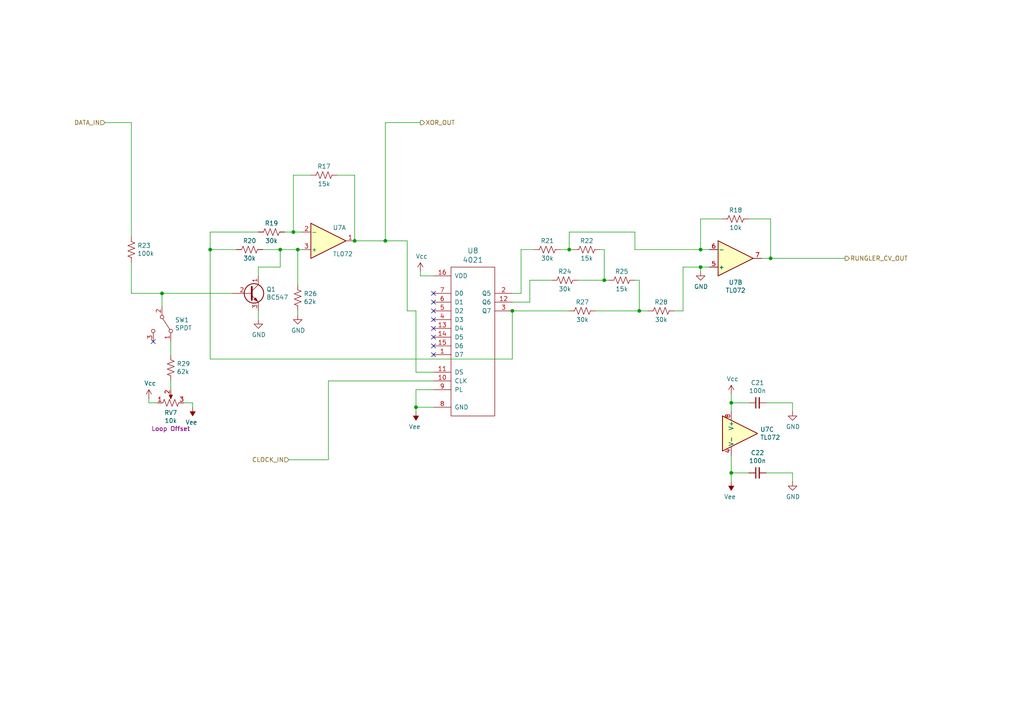
<source format=kicad_sch>
(kicad_sch (version 20211123) (generator eeschema)
  (paper "A4")
  (lib_symbols
    (symbol "00-cool_stuff:0V" (power) (pin_names (offset 0))
      (property "Value" "00-cool_stuff_0V" (at 0 -3.81 0))
      (symbol "0V_0_1"
        (polyline (pts (xy 0 0) (xy 0 -1.27) (xy 1.27 -1.27) (xy 0 -2.54) (xy -1.27 -1.27) (xy 0 -1.27)))
      )
      (symbol "0V_1_1"
        (pin power_in line (at 0 0 270) (length 0) hide (name "GND") (number "1"))
      )
    )
    (symbol "00-cool_stuff:NPN_CBE" (pin_names (offset 0) hide)
      (property "Reference" "Q" (at 5.08 1.27 0))
      (property "Value" "00-cool_stuff_NPN_CBE" (at 5.08 -1.27 0))
      (symbol "NPN_CBE_0_1"
        (polyline (pts (xy 0.635 0.635) (xy 2.54 2.54)))
        (polyline (pts (xy 0.635 -0.635) (xy 2.54 -2.54) (xy 2.54 -2.54)))
        (polyline (pts (xy 0.635 1.905) (xy 0.635 -1.905) (xy 0.635 -1.905)) (stroke (width 0.508)))
        (polyline (pts (xy 1.27 -1.778) (xy 1.778 -1.27) (xy 2.286 -2.286) (xy 1.27 -1.778) (xy 1.27 -1.778)) (fill (type outline)))
        (circle (center 1.27 0) (radius 2.8194) (stroke (width 0.254)))
      )
      (symbol "NPN_CBE_1_1"
        (pin passive line (at 2.54 5.08 270) (length 2.54) (name "C") (number "1"))
        (pin input line (at -5.08 0 0) (length 5.715) (name "B") (number "2"))
        (pin passive line (at 2.54 -5.08 90) (length 2.54) (name "E") (number "3"))
      )
    )
    (symbol "00-cool_stuff:TL072-separate" (pin_names (offset 0.1016))
      (property "Reference" "U" (at 0 5.08 0))
      (property "Value" "00-cool_stuff_TL072-separate" (at 0 -5.08 0))
      (symbol "TL072-separate_0_1"
        (polyline (pts (xy -5.08 5.08) (xy 5.08 0) (xy -5.08 -5.08) (xy -5.08 5.08)) (stroke (width 0.254)) (fill (type background)))
      )
      (symbol "TL072-separate_1_1"
        (pin output line (at 7.62 0 180) (length 2.54) (name "~") (number "1"))
        (pin input line (at -7.62 2.54 0) (length 2.54) (name "-") (number "2"))
        (pin input line (at -7.62 -2.54 0) (length 2.54) (name "+") (number "3"))
      )
      (symbol "TL072-separate_2_1"
        (pin input line (at -7.62 -2.54 0) (length 2.54) (name "+") (number "5"))
        (pin input line (at -7.62 2.54 0) (length 2.54) (name "-") (number "6"))
        (pin output line (at 7.62 0 180) (length 2.54) (name "~") (number "7"))
      )
      (symbol "TL072-separate_3_1"
        (pin power_in line (at -2.54 -6.35 90) (length 2.54) (name "V-") (number "4"))
        (pin power_in line (at -2.54 6.35 270) (length 2.54) (name "V+") (number "8"))
      )
    )
    (symbol "00-cool_stuff:Vcc" (power) (pin_names (offset 0))
      (property "Value" "00-cool_stuff_Vcc" (at 0 3.556 0))
      (symbol "Vcc_0_1"
        (polyline (pts (xy -0.762 1.27) (xy 0 2.54)))
        (polyline (pts (xy 0 0) (xy 0 2.54)))
        (polyline (pts (xy 0 2.54) (xy 0.762 1.27)))
      )
      (symbol "Vcc_1_1"
        (pin power_in line (at 0 0 90) (length 0) hide (name "Vcc") (number "1"))
      )
    )
    (symbol "00-cool_stuff:Vee" (power) (pin_names (offset 0))
      (property "Value" "00-cool_stuff_Vee" (at 0 3.81 0))
      (symbol "Vee_0_0"
        (pin power_in line (at 0 0 90) (length 0) hide (name "Vee") (number "1"))
      )
      (symbol "Vee_0_1"
        (polyline (pts (xy 0 0) (xy 0 1.27) (xy 0.762 1.27) (xy 0 2.54) (xy -0.762 1.27) (xy 0 1.27)) (fill (type outline)))
      )
    )
    (symbol "00-cool_stuff:cap_small" (pin_numbers hide) (pin_names (offset 0.254) hide)
      (property "Reference" "C" (at -1.27 2.54 0))
      (property "Value" "00-cool_stuff_cap_small" (at -3.81 -2.54 0))
      (symbol "cap_small_0_1"
        (polyline (pts (xy -0.508 -1.524) (xy -0.508 1.524)) (stroke (width 0.3048)))
        (polyline (pts (xy 0.508 -1.524) (xy 0.508 1.524)) (stroke (width 0.3302)))
      )
      (symbol "cap_small_1_1"
        (pin passive line (at -2.54 0 0) (length 2.032) (name "~") (number "1"))
        (pin passive line (at 2.54 0 180) (length 2.032) (name "~") (number "2"))
      )
    )
    (symbol "00-cool_stuff:potentiometer" (pin_names (offset 1.016) hide)
      (property "Reference" "RV" (at -4.445 0 90))
      (property "Value" "00-cool_stuff_potentiometer" (at -2.54 0 90))
      (property "Label" "Pot Label" (at 11.43 0 90))
      (symbol "potentiometer_0_1"
        (polyline (pts (xy 0 -2.286) (xy 0 -2.54)))
        (polyline (pts (xy 0 2.54) (xy 0 2.286)))
        (polyline (pts (xy 2.54 0) (xy 1.524 0)))
        (polyline (pts (xy 1.143 0) (xy 2.286 0.508) (xy 2.286 -0.508) (xy 1.143 0)) (fill (type outline)))
        (polyline (pts (xy 0 -0.762) (xy 1.016 -1.143) (xy 0 -1.524) (xy -1.016 -1.905) (xy 0 -2.286)))
        (polyline (pts (xy 0 0.762) (xy 1.016 0.381) (xy 0 0) (xy -1.016 -0.381) (xy 0 -0.762)))
        (polyline (pts (xy 0 2.286) (xy 1.016 1.905) (xy 0 1.524) (xy -1.016 1.143) (xy 0 0.762)))
      )
      (symbol "potentiometer_1_1"
        (pin passive line (at 0 3.81 270) (length 1.27) (name "1") (number "1"))
        (pin passive line (at 3.81 0 180) (length 1.27) (name "2") (number "2"))
        (pin passive line (at 0 -3.81 90) (length 1.27) (name "3") (number "3"))
      )
    )
    (symbol "00-cool_stuff:resistor" (pin_numbers hide) (pin_names (offset 0))
      (property "Reference" "R" (at -2.54 2.54 0))
      (property "Value" "00-cool_stuff_resistor" (at -2.54 -2.54 0))
      (symbol "resistor_0_1"
        (polyline (pts (xy -4.826 0) (xy -5.08 0)))
        (polyline (pts (xy -0.254 0) (xy 0 0)))
        (polyline (pts (xy -4.826 0) (xy -4.445 1.016) (xy -4.064 0) (xy -3.683 -1.016) (xy -3.302 0)))
        (polyline (pts (xy -3.302 0) (xy -2.921 1.016) (xy -2.54 0) (xy -2.159 -1.016) (xy -1.778 0)))
        (polyline (pts (xy -1.778 0) (xy -1.397 1.016) (xy -1.016 0) (xy -0.635 -1.016) (xy -0.254 0)))
      )
      (symbol "resistor_1_1"
        (pin passive line (at -6.35 0 0) (length 1.27) (name "~") (number "1"))
        (pin passive line (at 1.27 0 180) (length 1.27) (name "~") (number "2"))
      )
    )
    (symbol "4021:4021" (pin_names (offset 1.016))
      (property "Reference" "U" (at -5.08 16.51 0))
      (property "Value" "4021_4021" (at -5.08 -29.21 0))
      (symbol "4021_0_1"
        (rectangle (start -5.08 15.24) (end 7.62 -27.94))
      )
      (symbol "4021_1_1"
        (pin input line (at -10.16 -10.16 0) (length 5.08) (name "D7") (number "1"))
        (pin input line (at -10.16 -17.78 0) (length 5.08) (name "CLK") (number "10"))
        (pin input line (at -10.16 -15.24 0) (length 5.08) (name "DS") (number "11"))
        (pin output line (at 12.7 5.08 180) (length 5.08) (name "Q6") (number "12"))
        (pin input line (at -10.16 -2.54 0) (length 5.08) (name "D4") (number "13"))
        (pin input line (at -10.16 -5.08 0) (length 5.08) (name "D5") (number "14"))
        (pin input line (at -10.16 -7.62 0) (length 5.08) (name "D6") (number "15"))
        (pin power_in line (at -10.16 12.7 0) (length 5.08) (name "VDD") (number "16"))
        (pin output line (at 12.7 7.62 180) (length 5.08) (name "Q5") (number "2"))
        (pin output line (at 12.7 2.54 180) (length 5.08) (name "Q7") (number "3"))
        (pin input line (at -10.16 0 0) (length 5.08) (name "D3") (number "4"))
        (pin input line (at -10.16 2.54 0) (length 5.08) (name "D2") (number "5"))
        (pin input line (at -10.16 5.08 0) (length 5.08) (name "D1") (number "6"))
        (pin input line (at -10.16 7.62 0) (length 5.08) (name "D0") (number "7"))
        (pin power_in line (at -10.16 -25.4 0) (length 5.08) (name "GND") (number "8"))
        (pin input line (at -10.16 -20.32 0) (length 5.08) (name "PL") (number "9"))
      )
    )
    (symbol "Switch:SW_SPDT" (pin_names (offset 0) hide)
      (property "Reference" "SW" (at 0 4.318 0))
      (property "Value" "SW_SPDT" (at 0 -5.08 0))
      (symbol "SW_SPDT_0_0"
        (circle (center -2.032 0) (radius 0.508))
        (circle (center 2.032 -2.54) (radius 0.508))
      )
      (symbol "SW_SPDT_0_1"
        (polyline (pts (xy -1.524 0.254) (xy 1.651 2.286)))
        (circle (center 2.032 2.54) (radius 0.508))
      )
      (symbol "SW_SPDT_1_1"
        (pin passive line (at 5.08 2.54 180) (length 2.54) (name "A") (number "1"))
        (pin passive line (at -5.08 0 0) (length 2.54) (name "B") (number "2"))
        (pin passive line (at 5.08 -2.54 180) (length 2.54) (name "C") (number "3"))
      )
    )
  )
  (junction (at 203.2 77.47))
  (junction (at 46.99 85.09))
  (junction (at 111.76 69.85))
  (junction (at 86.36 72.39))
  (junction (at 175.26 81.28))
  (junction (at 165.1 72.39))
  (junction (at 223.52 74.93))
  (junction (at 60.96 72.39))
  (junction (at 212.09 137.16))
  (junction (at 185.42 90.17))
  (junction (at 81.28 72.39))
  (junction (at 148.59 90.17))
  (junction (at 102.87 69.85))
  (junction (at 203.2 72.39))
  (junction (at 85.09 67.31))
  (junction (at 212.09 116.84))
  (junction (at 120.65 118.11))
  (no_connect (at 125.73 95.25))
  (no_connect (at 125.73 102.87))
  (no_connect (at 125.73 87.63))
  (no_connect (at 125.73 97.79))
  (no_connect (at 125.73 92.71))
  (no_connect (at 125.73 100.33))
  (no_connect (at 44.45 99.06))
  (no_connect (at 125.73 90.17))
  (no_connect (at 125.73 85.09))
  (wire (pts (xy 209.55 63.5) (xy 203.2 63.5)))
  (wire (pts (xy 95.25 110.49) (xy 125.73 110.49)))
  (wire (pts (xy 87.63 72.39) (xy 86.36 72.39)))
  (wire (pts (xy 60.96 72.39) (xy 60.96 104.14)))
  (wire (pts (xy 198.12 77.47) (xy 203.2 77.47)))
  (wire (pts (xy 220.98 74.93) (xy 223.52 74.93)))
  (wire (pts (xy 86.36 82.55) (xy 86.36 72.39)))
  (wire (pts (xy 85.09 67.31) (xy 85.09 50.8)))
  (wire (pts (xy 203.2 63.5) (xy 203.2 72.39)))
  (wire (pts (xy 111.76 69.85) (xy 118.11 69.85)))
  (wire (pts (xy 83.82 133.35) (xy 95.25 133.35)))
  (wire (pts (xy 86.36 72.39) (xy 81.28 72.39)))
  (wire (pts (xy 81.28 77.47) (xy 81.28 72.39)))
  (wire (pts (xy 173.99 72.39) (xy 175.26 72.39)))
  (wire (pts (xy 212.09 137.16) (xy 217.17 137.16)))
  (wire (pts (xy 67.31 85.09) (xy 46.99 85.09)))
  (wire (pts (xy 223.52 63.5) (xy 223.52 74.93)))
  (wire (pts (xy 81.28 72.39) (xy 76.2 72.39)))
  (wire (pts (xy 111.76 35.56) (xy 111.76 69.85)))
  (wire (pts (xy 229.87 139.7) (xy 229.87 137.16)))
  (wire (pts (xy 148.59 85.09) (xy 151.13 85.09)))
  (wire (pts (xy 175.26 81.28) (xy 167.64 81.28)))
  (wire (pts (xy 185.42 81.28) (xy 185.42 90.17)))
  (wire (pts (xy 74.93 67.31) (xy 60.96 67.31)))
  (wire (pts (xy 184.15 67.31) (xy 184.15 72.39)))
  (wire (pts (xy 102.87 50.8) (xy 102.87 69.85)))
  (wire (pts (xy 95.25 133.35) (xy 95.25 110.49)))
  (wire (pts (xy 60.96 67.31) (xy 60.96 72.39)))
  (wire (pts (xy 184.15 72.39) (xy 203.2 72.39)))
  (wire (pts (xy 43.18 115.57) (xy 43.18 116.84)))
  (wire (pts (xy 212.09 132.08) (xy 212.09 137.16)))
  (wire (pts (xy 38.1 85.09) (xy 38.1 76.2)))
  (wire (pts (xy 60.96 72.39) (xy 68.58 72.39)))
  (wire (pts (xy 223.52 74.93) (xy 245.11 74.93)))
  (wire (pts (xy 82.55 67.31) (xy 85.09 67.31)))
  (wire (pts (xy 165.1 72.39) (xy 165.1 67.31)))
  (wire (pts (xy 229.87 137.16) (xy 222.25 137.16)))
  (wire (pts (xy 111.76 35.56) (xy 121.92 35.56)))
  (wire (pts (xy 212.09 116.84) (xy 212.09 114.3)))
  (wire (pts (xy 203.2 72.39) (xy 205.74 72.39)))
  (wire (pts (xy 217.17 116.84) (xy 212.09 116.84)))
  (wire (pts (xy 30.48 35.56) (xy 38.1 35.56)))
  (wire (pts (xy 87.63 67.31) (xy 85.09 67.31)))
  (wire (pts (xy 198.12 90.17) (xy 198.12 77.47)))
  (wire (pts (xy 212.09 139.7) (xy 212.09 137.16)))
  (wire (pts (xy 148.59 87.63) (xy 153.67 87.63)))
  (wire (pts (xy 175.26 81.28) (xy 176.53 81.28)))
  (wire (pts (xy 49.53 110.49) (xy 49.53 113.03)))
  (wire (pts (xy 121.92 78.74) (xy 121.92 80.01)))
  (wire (pts (xy 165.1 67.31) (xy 184.15 67.31)))
  (wire (pts (xy 153.67 81.28) (xy 160.02 81.28)))
  (wire (pts (xy 148.59 90.17) (xy 165.1 90.17)))
  (wire (pts (xy 151.13 72.39) (xy 154.94 72.39)))
  (wire (pts (xy 125.73 107.95) (xy 120.65 107.95)))
  (wire (pts (xy 175.26 72.39) (xy 175.26 81.28)))
  (wire (pts (xy 229.87 116.84) (xy 222.25 116.84)))
  (wire (pts (xy 74.93 77.47) (xy 81.28 77.47)))
  (wire (pts (xy 53.34 116.84) (xy 55.88 116.84)))
  (wire (pts (xy 60.96 104.14) (xy 148.59 104.14)))
  (wire (pts (xy 118.11 90.17) (xy 118.11 69.85)))
  (wire (pts (xy 151.13 85.09) (xy 151.13 72.39)))
  (wire (pts (xy 184.15 81.28) (xy 185.42 81.28)))
  (wire (pts (xy 162.56 72.39) (xy 165.1 72.39)))
  (wire (pts (xy 195.58 90.17) (xy 198.12 90.17)))
  (wire (pts (xy 121.92 80.01) (xy 125.73 80.01)))
  (wire (pts (xy 86.36 90.17) (xy 86.36 91.44)))
  (wire (pts (xy 212.09 116.84) (xy 212.09 119.38)))
  (wire (pts (xy 203.2 77.47) (xy 205.74 77.47)))
  (wire (pts (xy 148.59 104.14) (xy 148.59 90.17)))
  (wire (pts (xy 125.73 118.11) (xy 120.65 118.11)))
  (wire (pts (xy 43.18 116.84) (xy 45.72 116.84)))
  (wire (pts (xy 85.09 50.8) (xy 90.17 50.8)))
  (wire (pts (xy 46.99 85.09) (xy 38.1 85.09)))
  (wire (pts (xy 74.93 92.71) (xy 74.93 90.17)))
  (wire (pts (xy 55.88 116.84) (xy 55.88 118.11)))
  (wire (pts (xy 125.73 113.03) (xy 120.65 113.03)))
  (wire (pts (xy 120.65 113.03) (xy 120.65 118.11)))
  (wire (pts (xy 74.93 80.01) (xy 74.93 77.47)))
  (wire (pts (xy 185.42 90.17) (xy 187.96 90.17)))
  (wire (pts (xy 153.67 87.63) (xy 153.67 81.28)))
  (wire (pts (xy 46.99 88.9) (xy 46.99 85.09)))
  (wire (pts (xy 172.72 90.17) (xy 185.42 90.17)))
  (wire (pts (xy 120.65 118.11) (xy 120.65 119.38)))
  (wire (pts (xy 102.87 69.85) (xy 111.76 69.85)))
  (wire (pts (xy 165.1 72.39) (xy 166.37 72.39)))
  (wire (pts (xy 97.79 50.8) (xy 102.87 50.8)))
  (wire (pts (xy 49.53 99.06) (xy 49.53 102.87)))
  (wire (pts (xy 217.17 63.5) (xy 223.52 63.5)))
  (wire (pts (xy 120.65 90.17) (xy 118.11 90.17)))
  (wire (pts (xy 38.1 35.56) (xy 38.1 68.58)))
  (wire (pts (xy 203.2 78.74) (xy 203.2 77.47)))
  (wire (pts (xy 120.65 107.95) (xy 120.65 90.17)))
  (wire (pts (xy 229.87 119.38) (xy 229.87 116.84)))
  (hierarchical_label "DATA_IN" (shape input) (at 30.48 35.56 180))
  (hierarchical_label "RUNGLER_CV_OUT" (shape output) (at 245.11 74.93 0))
  (hierarchical_label "CLOCK_IN" (shape input) (at 83.82 133.35 180))
  (hierarchical_label "XOR_OUT" (shape output) (at 121.92 35.56 0))
  (symbol (lib_id "00-cool_stuff:Vee") (at 120.65 119.38 180) (unit 1)
    (property "Reference" "#PWR037" (effects hide))
    (property "Value" "Vee" (at 120.269 123.7742 0))
  )
  (symbol (lib_id "00-cool_stuff:Vcc") (at 121.92 78.74 0) (unit 1)
    (property "Reference" "#PWR031" (effects hide))
    (property "Value" "Vcc" (at 122.301 74.3458 0))
  )
  (symbol (lib_id "00-cool_stuff:resistor") (at 166.37 81.28 0) (unit 1)
    (property "Reference" "R24" (at 163.83 78.74 0))
    (property "Value" "30k" (at 163.83 83.82 0))
    (property "Footprint" "00-Mine:resistor-TH-10mm" (effects hide))
  )
  (symbol (lib_id "00-cool_stuff:resistor") (at 171.45 90.17 0) (unit 1)
    (property "Reference" "R27" (at 168.91 87.63 0))
    (property "Value" "30k" (at 168.91 92.71 0))
    (property "Footprint" "00-Mine:resistor-TH-10mm" (effects hide))
  )
  (symbol (lib_id "00-cool_stuff:resistor") (at 161.29 72.39 0) (unit 1)
    (property "Reference" "R21" (at 158.75 69.85 0))
    (property "Value" "30k" (at 158.75 74.93 0))
    (property "Footprint" "00-Mine:resistor-TH-10mm" (effects hide))
  )
  (symbol (lib_id "00-cool_stuff:resistor") (at 194.31 90.17 0) (unit 1)
    (property "Reference" "R28" (at 191.77 87.63 0))
    (property "Value" "30k" (at 191.77 92.71 0))
    (property "Footprint" "00-Mine:resistor-TH-10mm" (effects hide))
  )
  (symbol (lib_id "00-cool_stuff:resistor") (at 182.88 81.28 0) (unit 1)
    (property "Reference" "R25" (at 180.34 78.74 0))
    (property "Value" "15k" (at 180.34 83.82 0))
    (property "Footprint" "00-Mine:resistor-TH-10mm" (effects hide))
  )
  (symbol (lib_id "00-cool_stuff:resistor") (at 172.72 72.39 0) (unit 1)
    (property "Reference" "R22" (at 170.18 69.85 0))
    (property "Value" "15k" (at 170.18 74.93 0))
    (property "Footprint" "00-Mine:resistor-TH-10mm" (effects hide))
  )
  (symbol (lib_id "00-cool_stuff:resistor") (at 215.9 63.5 0) (unit 1)
    (property "Reference" "R18" (at 213.36 60.96 0))
    (property "Value" "10k" (at 213.36 66.04 0))
    (property "Footprint" "00-Mine:resistor-TH-10mm" (effects hide))
  )
  (symbol (lib_id "00-cool_stuff:0V") (at 203.2 78.74 0) (unit 1)
    (property "Reference" "#PWR032" (effects hide))
    (property "Value" "0V" (at 203.327 83.1342 0))
  )
  (symbol (lib_id "00-cool_stuff:TL072-separate") (at 95.25 69.85 0) (unit 1)
    (property "Reference" "U7" (at 96.52 66.04 0) (effects (justify left)))
    (property "Value" "TL072" (at 96.52 73.66 0) (effects (justify left)))
    (property "Footprint" "00-Mine:DIP-8" (effects hide))
  )
  (symbol (lib_id "00-cool_stuff:TL072-separate") (at 213.36 74.93 0) (unit 2)
    (property "Reference" "U7" (at 213.36 81.915 0))
    (property "Value" "TL072" (at 213.36 84.2264 0))
    (property "Footprint" "00-Mine:DIP-8" (effects hide))
  )
  (symbol (lib_id "00-cool_stuff:resistor") (at 96.52 50.8 0) (unit 1)
    (property "Reference" "R17" (at 93.98 48.26 0))
    (property "Value" "15k" (at 93.98 53.34 0))
    (property "Footprint" "00-Mine:resistor-TH-10mm" (effects hide))
  )
  (symbol (lib_id "00-cool_stuff:resistor") (at 81.28 67.31 0) (unit 1)
    (property "Reference" "R19" (at 78.74 64.77 0))
    (property "Value" "30k" (at 78.74 69.85 0))
    (property "Footprint" "00-Mine:resistor-TH-10mm" (effects hide))
  )
  (symbol (lib_id "00-cool_stuff:resistor") (at 74.93 72.39 0) (unit 1)
    (property "Reference" "R20" (at 72.39 69.85 0))
    (property "Value" "30k" (at 72.39 74.93 0))
    (property "Footprint" "00-Mine:resistor-TH-10mm" (effects hide))
  )
  (symbol (lib_id "00-cool_stuff:resistor") (at 86.36 88.9 270) (unit 1)
    (property "Reference" "R26" (at 88.0872 85.1916 90) (effects (justify left)))
    (property "Value" "62k" (at 88.0872 87.503 90) (effects (justify left)))
    (property "Footprint" "00-Mine:resistor-TH-10mm" (effects hide))
  )
  (symbol (lib_id "00-cool_stuff:0V") (at 86.36 91.44 0) (unit 1)
    (property "Reference" "#PWR033" (effects hide))
    (property "Value" "0V" (at 86.487 95.8342 0))
  )
  (symbol (lib_id "00-cool_stuff:NPN_CBE") (at 72.39 85.09 0) (unit 1)
    (property "Reference" "Q1" (at 77.2414 83.9216 0) (effects (justify left)))
    (property "Value" "BC547" (at 77.2414 86.233 0) (effects (justify left)))
    (property "Footprint" "00-Mine:TO-92_HandSolder" (effects hide))
  )
  (symbol (lib_id "00-cool_stuff:0V") (at 74.93 92.71 0) (unit 1)
    (property "Reference" "#PWR034" (effects hide))
    (property "Value" "0V" (at 75.057 97.1042 0))
  )
  (symbol (lib_id "00-cool_stuff:resistor") (at 38.1 74.93 270) (unit 1)
    (property "Reference" "R23" (at 39.8272 71.2216 90) (effects (justify left)))
    (property "Value" "100k" (at 39.8272 73.533 90) (effects (justify left)))
    (property "Footprint" "00-Mine:resistor-TH-10mm" (effects hide))
  )
  (symbol (lib_id "00-cool_stuff:potentiometer") (at 49.53 116.84 90) (unit 1)
    (property "Reference" "RV7" (at 49.53 119.7102 90))
    (property "Value" "10k" (at 49.53 122.0216 90))
    (property "Footprint" "00-Mine:MOLEX-1X3_LOCK" (effects hide))
    (property "Label" "Loop Offset" (at 49.53 124.333 90))
  )
  (symbol (lib_id "00-cool_stuff:Vee") (at 55.88 118.11 180) (unit 1)
    (property "Reference" "#PWR036" (effects hide))
    (property "Value" "Vee" (at 55.499 122.5042 0))
  )
  (symbol (lib_id "00-cool_stuff:Vcc") (at 43.18 115.57 0) (unit 1)
    (property "Reference" "#PWR035" (effects hide))
    (property "Value" "Vcc" (at 43.561 111.1758 0))
  )
  (symbol (lib_id "00-cool_stuff:resistor") (at 49.53 109.22 270) (unit 1)
    (property "Reference" "R29" (at 51.2572 105.5116 90) (effects (justify left)))
    (property "Value" "62k" (at 51.2572 107.823 90) (effects (justify left)))
    (property "Footprint" "00-Mine:resistor-TH-10mm" (effects hide))
  )
  (symbol (lib_id "Switch:SW_SPDT") (at 46.99 93.98 270) (unit 1)
    (property "Reference" "SW1" (at 50.7492 92.8116 90) (effects (justify left)))
    (property "Value" "SPDT" (at 50.7492 95.123 90) (effects (justify left)))
    (property "Footprint" "00-Mine:MOLEX-1X3_LOCK" (effects hide))
  )
  (symbol (lib_id "4021:4021") (at 135.89 92.71 0) (unit 1)
    (property "Reference" "U8" (at 137.16 72.7202 0) (effects (font (size 1.524 1.524))))
    (property "Value" "4021" (at 137.16 75.4126 0) (effects (font (size 1.524 1.524))))
    (property "Footprint" "00-Mine:DIP-16" (effects hide))
  )
  (symbol (lib_id "00-cool_stuff:Vcc") (at 212.09 114.3 0) (unit 1)
    (property "Reference" "#PWR0116" (effects hide))
    (property "Value" "Vcc" (at 212.471 109.9058 0))
  )
  (symbol (lib_id "00-cool_stuff:Vee") (at 212.09 139.7 180) (unit 1)
    (property "Reference" "#PWR0117" (effects hide))
    (property "Value" "Vee" (at 211.709 144.0942 0))
  )
  (symbol (lib_id "00-cool_stuff:TL072-separate") (at 214.63 125.73 0) (unit 3)
    (property "Reference" "U7" (at 220.472 124.5616 0) (effects (justify left)))
    (property "Value" "TL072" (at 220.472 126.873 0) (effects (justify left)))
    (property "Footprint" "00-Mine:DIP-8" (effects hide))
  )
  (symbol (lib_id "00-cool_stuff:cap_small") (at 219.71 116.84 0) (unit 1)
    (property "Reference" "C21" (at 219.71 111.0234 0))
    (property "Value" "100n" (at 219.71 113.3348 0))
    (property "Footprint" "00-Mine:capacitor-TH-2.54mm_5mm" (effects hide))
  )
  (symbol (lib_id "00-cool_stuff:cap_small") (at 219.71 137.16 0) (unit 1)
    (property "Reference" "C22" (at 219.71 131.3434 0))
    (property "Value" "100n" (at 219.71 133.6548 0))
    (property "Footprint" "00-Mine:capacitor-TH-2.54mm_5mm" (effects hide))
  )
  (symbol (lib_id "00-cool_stuff:0V") (at 229.87 139.7 0) (unit 1)
    (property "Reference" "#PWR0118" (effects hide))
    (property "Value" "0V" (at 229.997 144.0942 0))
  )
  (symbol (lib_id "00-cool_stuff:0V") (at 229.87 119.38 0) (unit 1)
    (property "Reference" "#PWR0119" (effects hide))
    (property "Value" "0V" (at 229.997 123.7742 0))
  )
)
</source>
